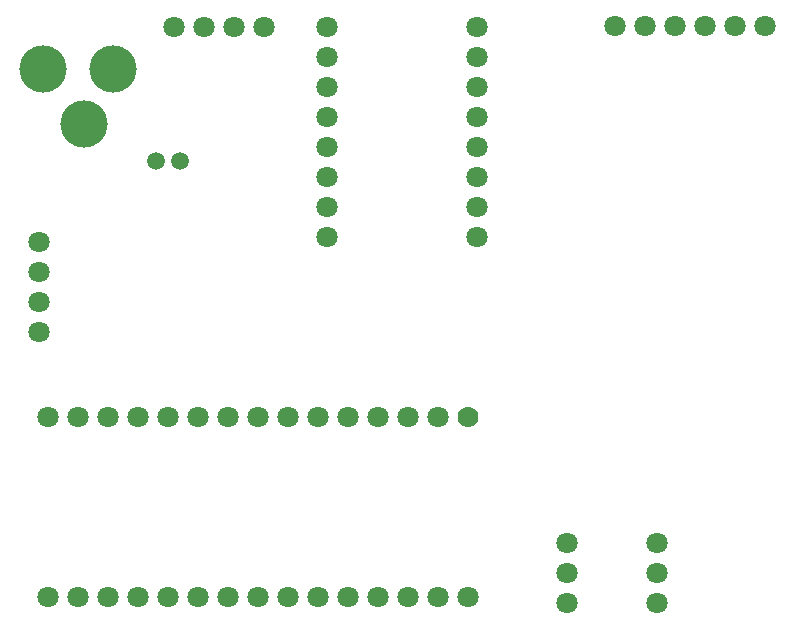
<source format=gbp>
G04 Layer: BottomPasteMaskLayer*
G04 EasyEDA v6.5.22, 2023-03-16 00:42:12*
G04 6c7d3366ae2840beb83d5b943752a861,1465fc12622e42b796a721e2995872a7,10*
G04 Gerber Generator version 0.2*
G04 Scale: 100 percent, Rotated: No, Reflected: No *
G04 Dimensions in millimeters *
G04 leading zeros omitted , absolute positions ,4 integer and 5 decimal *
%FSLAX45Y45*%
%MOMM*%

%ADD10C,1.8000*%
%ADD11C,1.7780*%
%ADD12C,4.0000*%
%ADD13C,1.5000*%

%LPD*%
D10*
G01*
X4247388Y5480050D03*
G01*
X4247388Y5226050D03*
G01*
X4247388Y4972050D03*
G01*
X4247388Y4718050D03*
G01*
X4247388Y4464050D03*
G01*
X4247388Y4210050D03*
G01*
X4247388Y3956050D03*
G01*
X4247388Y3702050D03*
G01*
X2977388Y3702050D03*
G01*
X2977388Y3956050D03*
G01*
X2977388Y4210050D03*
G01*
X2977388Y4464050D03*
G01*
X2977388Y4718050D03*
G01*
X2977388Y4972050D03*
G01*
X2977388Y5226050D03*
G01*
X2977388Y5480050D03*
D11*
G01*
X4171188Y2178050D03*
D10*
G01*
X3917188Y2178050D03*
G01*
X2139188Y2178050D03*
G01*
X3663188Y2178050D03*
G01*
X3409188Y2178050D03*
G01*
X3155188Y2178050D03*
G01*
X2901188Y2178050D03*
G01*
X2647188Y2178050D03*
G01*
X2393188Y2178050D03*
G01*
X1885187Y2178050D03*
G01*
X1631187Y2178050D03*
G01*
X1377187Y2178050D03*
G01*
X1123187Y2178050D03*
G01*
X869187Y2178050D03*
G01*
X615187Y2178050D03*
G01*
X615187Y654050D03*
G01*
X869187Y654050D03*
G01*
X1123187Y654050D03*
G01*
X1377187Y654050D03*
G01*
X1631187Y654050D03*
G01*
X1885187Y654050D03*
G01*
X2139188Y654050D03*
G01*
X2393188Y654050D03*
G01*
X2647188Y654050D03*
G01*
X2901188Y654050D03*
G01*
X3155188Y654050D03*
G01*
X3409188Y654050D03*
G01*
X3663188Y654050D03*
G01*
X3917188Y654050D03*
G01*
X4171188Y654050D03*
D12*
G01*
X1169162Y5128387D03*
G01*
X569213Y5128387D03*
G01*
X919226Y4663312D03*
D10*
G01*
X1681987Y5480050D03*
G01*
X1935988Y5480050D03*
G01*
X2189988Y5480050D03*
G01*
X2443988Y5480050D03*
G01*
X5415788Y5492750D03*
G01*
X5669788Y5492750D03*
G01*
X5923788Y5492750D03*
G01*
X6177788Y5492750D03*
G01*
X6431788Y5492750D03*
G01*
X6685788Y5492750D03*
G01*
X538987Y3663950D03*
G01*
X538987Y3409950D03*
G01*
X538987Y3155950D03*
G01*
X538987Y2901950D03*
D13*
G01*
X1531188Y4349750D03*
G01*
X1731187Y4349750D03*
D10*
G01*
X5009388Y603250D03*
G01*
X5771388Y603250D03*
G01*
X5771388Y857250D03*
G01*
X5009388Y857250D03*
G01*
X5009388Y1111250D03*
G01*
X5771388Y1111250D03*
M02*

</source>
